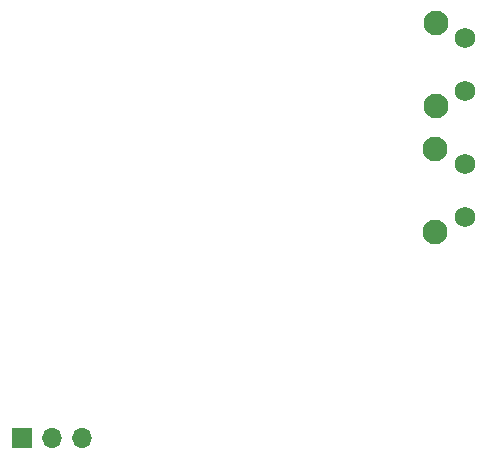
<source format=gts>
%TF.GenerationSoftware,KiCad,Pcbnew,(6.0.8)*%
%TF.CreationDate,2022-10-29T21:36:05-06:00*%
%TF.ProjectId,plate,706c6174-652e-46b6-9963-61645f706362,rev?*%
%TF.SameCoordinates,Original*%
%TF.FileFunction,Soldermask,Top*%
%TF.FilePolarity,Negative*%
%FSLAX46Y46*%
G04 Gerber Fmt 4.6, Leading zero omitted, Abs format (unit mm)*
G04 Created by KiCad (PCBNEW (6.0.8)) date 2022-10-29 21:36:05*
%MOMM*%
%LPD*%
G01*
G04 APERTURE LIST*
%ADD10R,1.700000X1.700000*%
%ADD11O,1.700000X1.700000*%
%ADD12C,2.100000*%
%ADD13C,1.750000*%
G04 APERTURE END LIST*
D10*
%TO.C,REF\u002A\u002A*%
X178650000Y-124610000D03*
D11*
X181190000Y-124610000D03*
X183730000Y-124610000D03*
%TD*%
D12*
%TO.C,REF\u002A\u002A*%
X213697500Y-89479000D03*
X213697500Y-96489000D03*
D13*
X216187500Y-95239000D03*
X216187500Y-90739000D03*
%TD*%
D12*
%TO.C,REF\u002A\u002A*%
X213664000Y-100158000D03*
X213664000Y-107168000D03*
D13*
X216154000Y-105918000D03*
X216154000Y-101418000D03*
%TD*%
M02*

</source>
